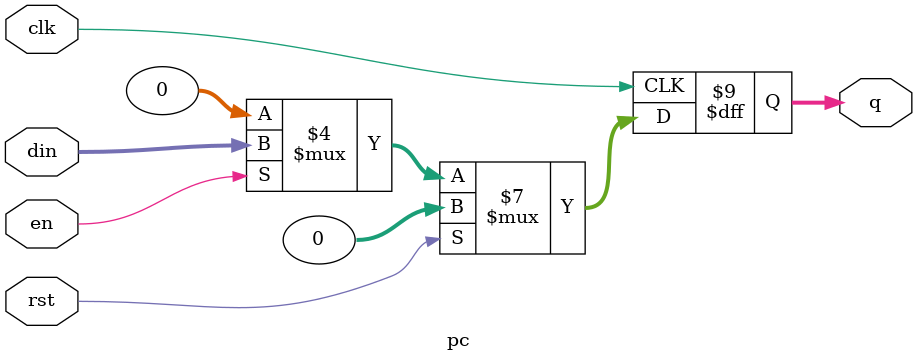
<source format=v>
`timescale 1ns / 1ps
module pc(
    input wire clk,rst,en,
    input wire [31:0] din,
    output reg [31:0] q
    );
    always @(negedge clk) begin
        if(rst) q<=32'b0;
        else begin
            if(en != 1) q<=32'b0;
            else q<=din;
        end
    end
endmodule


</source>
